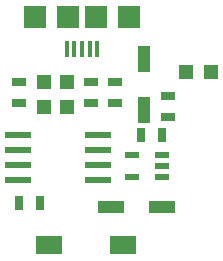
<source format=gtp>
G75*
%MOIN*%
%OFA0B0*%
%FSLAX24Y24*%
%IPPOS*%
%LPD*%
%AMOC8*
5,1,8,0,0,1.08239X$1,22.5*
%
%ADD10R,0.0870X0.0240*%
%ADD11R,0.0472X0.0315*%
%ADD12R,0.0420X0.0860*%
%ADD13R,0.0315X0.0472*%
%ADD14R,0.0472X0.0472*%
%ADD15R,0.0472X0.0217*%
%ADD16R,0.0906X0.0630*%
%ADD17R,0.0157X0.0531*%
%ADD18R,0.0748X0.0748*%
%ADD19R,0.0860X0.0420*%
D10*
X002944Y003623D03*
X002944Y004123D03*
X002944Y004623D03*
X002944Y005123D03*
X005594Y005123D03*
X005594Y004623D03*
X005594Y004123D03*
X005594Y003623D03*
D11*
X007943Y005733D03*
X007943Y006441D03*
X006180Y006188D03*
X006180Y006896D03*
X005380Y006896D03*
X005380Y006188D03*
X002980Y006188D03*
X002980Y006896D03*
D12*
X007131Y007653D03*
X007131Y005953D03*
D13*
X002965Y002856D03*
X003673Y002856D03*
X007038Y005116D03*
X007747Y005116D03*
D14*
X008546Y007223D03*
X009373Y007223D03*
X004580Y006895D03*
X003790Y006905D03*
X003790Y006079D03*
X004580Y006069D03*
D15*
X006718Y004475D03*
X006718Y003727D03*
X007742Y003727D03*
X007742Y004101D03*
X007742Y004475D03*
D16*
X006430Y001452D03*
X003950Y001452D03*
D17*
X004549Y008008D03*
X004805Y008008D03*
X005061Y008008D03*
X005317Y008008D03*
X005573Y008008D03*
D18*
X005533Y009061D03*
X004589Y009061D03*
X003506Y009061D03*
X006616Y009061D03*
D19*
X006030Y002742D03*
X007730Y002742D03*
M02*

</source>
